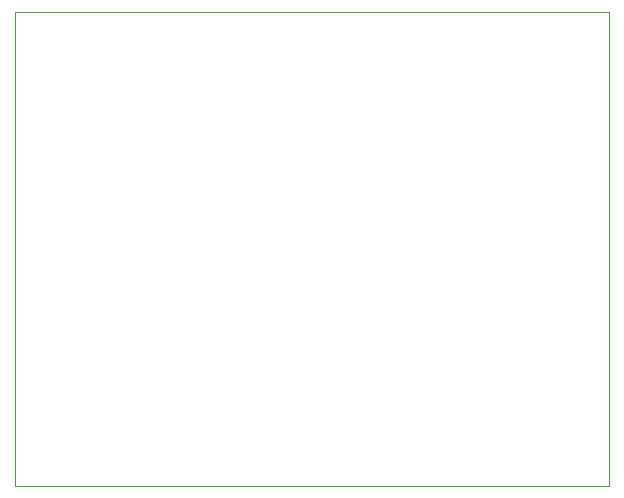
<source format=gbr>
G75*
%MOIN*%
%OFA0B0*%
%FSLAX24Y24*%
%IPPOS*%
%LPD*%
%AMOC8*
5,1,8,0,0,1.08239X$1,22.5*
%
%ADD10C,0.0000*%
D10*
X000242Y000100D02*
X000242Y015900D01*
X020042Y015900D01*
X020042Y000100D01*
X000242Y000100D01*
M02*

</source>
